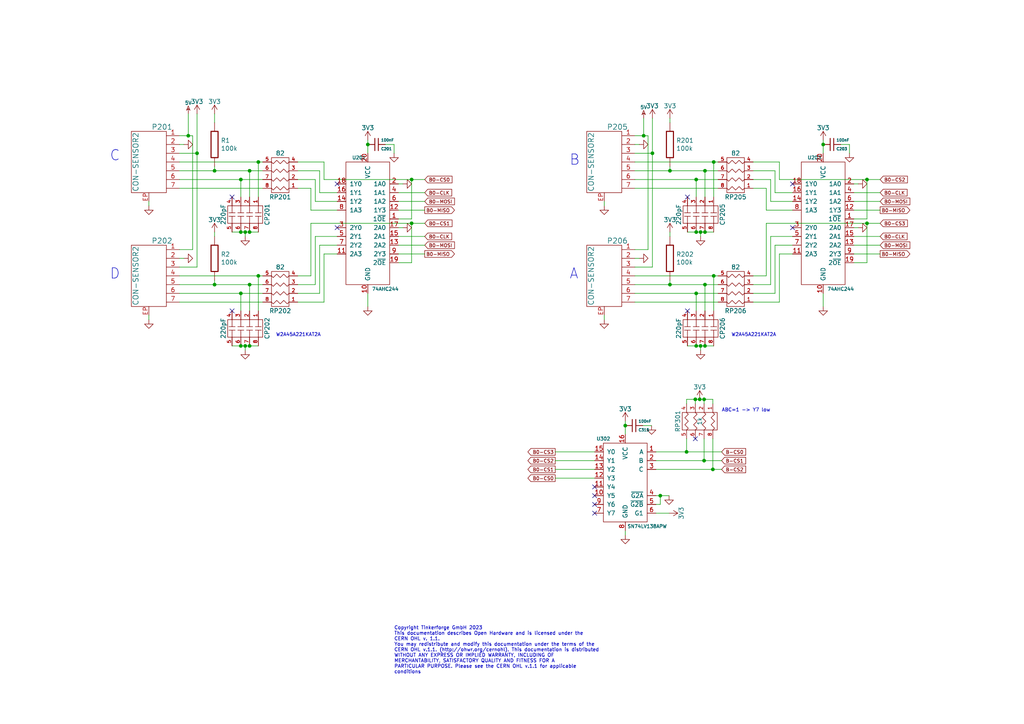
<source format=kicad_sch>
(kicad_sch (version 20230121) (generator eeschema)
  (paper "A4")
  (title_block (title "WARP ESP32 Ethernet Brick") (date "2024-02-01") (rev "1.3") (company "Tinkerforge GmbH") (comment 1 "Licensed under CERN OHL v.1.1") (comment 2 "Copyright (©) 2023, B.Nordmeyer <bastian@tinkerforge.com>"))
  (lib_symbols
    (symbol "74AHC244_SPEC_1" (pin_names (offset 1.016))
      (property "Reference" "U" (at 2.54 19.05 0))
      (property "Value" "74AHC244_SPEC_1" (at 6.35 -19.05 0))
      (symbol "74AHC244_SPEC_1_1_1"
        (pin passive line (at -8.89 1.27 0) (length 2.54) (name "1~{OE}") (number "1"))
        (pin passive line (at 0 -20.32 90) (length 2.54) (name "GND") (number "10"))
        (pin passive line (at 8.89 -8.89 180) (length 2.54) (name "2A3") (number "11"))
        (pin passive line (at -8.89 3.81 0) (length 2.54) (name "1Y3") (number "12"))
        (pin passive line (at -8.89 -6.35 0) (length 2.54) (name "2A2") (number "13"))
        (pin passive line (at 8.89 6.35 180) (length 2.54) (name "1Y2") (number "14"))
        (pin passive line (at -8.89 -3.81 0) (length 2.54) (name "2A1") (number "15"))
        (pin passive line (at 8.89 8.89 180) (length 2.54) (name "1Y1") (number "16"))
        (pin passive line (at -8.89 -1.27 0) (length 2.54) (name "2A0") (number "17"))
        (pin passive line (at 8.89 11.43 180) (length 2.54) (name "1Y0") (number "18"))
        (pin passive line (at -8.89 -11.43 0) (length 2.54) (name "2~{OE}") (number "19"))
        (pin passive line (at -8.89 11.43 0) (length 2.54) (name "1A0") (number "2"))
        (pin passive line (at 0 20.32 270) (length 2.54) (name "VCC") (number "20"))
        (pin passive line (at 8.89 -1.27 180) (length 2.54) (name "2Y0") (number "3"))
        (pin passive line (at -8.89 8.89 0) (length 2.54) (name "1A1") (number "4"))
        (pin passive line (at 8.89 -3.81 180) (length 2.54) (name "2Y1") (number "5"))
        (pin passive line (at -8.89 6.35 0) (length 2.54) (name "1A2") (number "6"))
        (pin passive line (at 8.89 -6.35 180) (length 2.54) (name "2Y2") (number "7"))
        (pin passive line (at 8.89 3.81 180) (length 2.54) (name "1A3") (number "8"))
        (pin passive line (at -8.89 -8.89 0) (length 2.54) (name "2Y3") (number "9"))
      )
    )
    (symbol "CON-SENSOR2_1" (pin_names (offset 1.016))
      (property "Reference" "P" (at -3.81 10.16 0))
      (property "Value" "CON-SENSOR2_1" (at 3.81 0 90))
      (symbol "CON-SENSOR2_1_1_1"
        (pin passive line (at -8.89 7.62 0) (length 3.81) (name "~") (number "1"))
        (pin passive line (at -8.89 5.08 0) (length 3.81) (name "~") (number "2"))
        (pin passive line (at -8.89 2.54 0) (length 3.81) (name "~") (number "3"))
        (pin passive line (at -8.89 0 0) (length 3.81) (name "~") (number "4"))
        (pin passive line (at -8.89 -2.54 0) (length 3.81) (name "~") (number "5"))
        (pin passive line (at -8.89 -5.08 0) (length 3.81) (name "~") (number "6"))
        (pin passive line (at -8.89 -7.62 0) (length 3.81) (name "~") (number "7"))
        (pin passive line (at 0 -11.43 90) (length 2.54) (name "~") (number "EP"))
      )
    )
    (symbol "CON-SENSOR2_2" (pin_names (offset 1.016))
      (property "Reference" "P" (at -3.81 10.16 0))
      (property "Value" "CON-SENSOR2_2" (at 3.81 0 90))
      (symbol "CON-SENSOR2_2_1_1"
        (pin passive line (at -8.89 7.62 0) (length 3.81) (name "~") (number "1"))
        (pin passive line (at -8.89 5.08 0) (length 3.81) (name "~") (number "2"))
        (pin passive line (at -8.89 2.54 0) (length 3.81) (name "~") (number "3"))
        (pin passive line (at -8.89 0 0) (length 3.81) (name "~") (number "4"))
        (pin passive line (at -8.89 -2.54 0) (length 3.81) (name "~") (number "5"))
        (pin passive line (at -8.89 -5.08 0) (length 3.81) (name "~") (number "6"))
        (pin passive line (at -8.89 -7.62 0) (length 3.81) (name "~") (number "7"))
        (pin passive line (at 0 -11.43 90) (length 2.54) (name "~") (number "EP"))
      )
    )
    (symbol "CON-SENSOR2_3" (pin_names (offset 1.016))
      (property "Reference" "P" (at -3.81 10.16 0))
      (property "Value" "CON-SENSOR2_3" (at 3.81 0 90))
      (symbol "CON-SENSOR2_3_1_1"
        (pin passive line (at -8.89 7.62 0) (length 3.81) (name "~") (number "1"))
        (pin passive line (at -8.89 5.08 0) (length 3.81) (name "~") (number "2"))
        (pin passive line (at -8.89 2.54 0) (length 3.81) (name "~") (number "3"))
        (pin passive line (at -8.89 0 0) (length 3.81) (name "~") (number "4"))
        (pin passive line (at -8.89 -2.54 0) (length 3.81) (name "~") (number "5"))
        (pin passive line (at -8.89 -5.08 0) (length 3.81) (name "~") (number "6"))
        (pin passive line (at -8.89 -7.62 0) (length 3.81) (name "~") (number "7"))
        (pin passive line (at 0 -11.43 90) (length 2.54) (name "~") (number "EP"))
      )
    )
    (symbol "C_PACK4_1" (pin_names hide)
      (property "Reference" "CP" (at 0 11.43 0))
      (property "Value" "C_PACK4_1" (at 0 -1.27 0))
      (symbol "C_PACK4_1_1_1"
        (pin passive line (at -5.08 8.89 0) (length 2.54) (name "P1") (number "1"))
        (pin passive line (at -5.08 6.35 0) (length 2.54) (name "P2") (number "2"))
        (pin passive line (at -5.08 3.81 0) (length 2.54) (name "P3") (number "3"))
        (pin passive line (at -5.08 1.27 0) (length 2.54) (name "P4") (number "4"))
        (pin passive line (at 5.08 1.27 180) (length 2.54) (name "R4") (number "5"))
        (pin passive line (at 5.08 3.81 180) (length 2.54) (name "R3") (number "6"))
        (pin passive line (at 5.08 6.35 180) (length 2.54) (name "R2") (number "7"))
        (pin passive line (at 5.08 8.89 180) (length 2.54) (name "R1") (number "8"))
      )
    )
    (symbol "C_PACK4_2" (pin_names hide)
      (property "Reference" "CP" (at 0 11.43 0))
      (property "Value" "C_PACK4_2" (at 0 -1.27 0))
      (symbol "C_PACK4_2_1_1"
        (pin passive line (at -5.08 8.89 0) (length 2.54) (name "P1") (number "1"))
        (pin passive line (at -5.08 6.35 0) (length 2.54) (name "P2") (number "2"))
        (pin passive line (at -5.08 3.81 0) (length 2.54) (name "P3") (number "3"))
        (pin passive line (at -5.08 1.27 0) (length 2.54) (name "P4") (number "4"))
        (pin passive line (at 5.08 1.27 180) (length 2.54) (name "R4") (number "5"))
        (pin passive line (at 5.08 3.81 180) (length 2.54) (name "R3") (number "6"))
        (pin passive line (at 5.08 6.35 180) (length 2.54) (name "R2") (number "7"))
        (pin passive line (at 5.08 8.89 180) (length 2.54) (name "R1") (number "8"))
      )
    )
    (symbol "C_PACK4_3" (pin_names hide)
      (property "Reference" "CP" (at 0 11.43 0))
      (property "Value" "C_PACK4_3" (at 0 -1.27 0))
      (symbol "C_PACK4_3_1_1"
        (pin passive line (at -5.08 8.89 0) (length 2.54) (name "P1") (number "1"))
        (pin passive line (at -5.08 6.35 0) (length 2.54) (name "P2") (number "2"))
        (pin passive line (at -5.08 3.81 0) (length 2.54) (name "P3") (number "3"))
        (pin passive line (at -5.08 1.27 0) (length 2.54) (name "P4") (number "4"))
        (pin passive line (at 5.08 1.27 180) (length 2.54) (name "R4") (number "5"))
        (pin passive line (at 5.08 3.81 180) (length 2.54) (name "R3") (number "6"))
        (pin passive line (at 5.08 6.35 180) (length 2.54) (name "R2") (number "7"))
        (pin passive line (at 5.08 8.89 180) (length 2.54) (name "R1") (number "8"))
      )
    )
    (symbol "Cs_1" (pin_numbers hide) (pin_names (offset 0.254))
      (property "Reference" "C" (at 0.635 1.905 0))
      (property "Value" "Cs_1" (at 0.635 -1.905 0))
      (symbol "Cs_1_1_1"
        (pin passive line (at 0 2.54 270) (length 2.0066) (name "~") (number "1"))
        (pin passive line (at 0 -2.54 90) (length 2.0066) (name "~") (number "2"))
      )
    )
    (symbol "Cs_2" (pin_numbers hide) (pin_names (offset 0.254))
      (property "Reference" "C" (at 0.635 1.905 0))
      (property "Value" "Cs_2" (at 0.635 -1.905 0))
      (symbol "Cs_2_1_1"
        (pin passive line (at 0 2.54 270) (length 2.0066) (name "~") (number "1"))
        (pin passive line (at 0 -2.54 90) (length 2.0066) (name "~") (number "2"))
      )
    )
    (symbol "R_1" (pin_numbers hide) (pin_names (offset 0))
      (property "Reference" "R" (at 2.032 0 90))
      (property "Value" "R_1" (at 0 0 90))
      (symbol "R_1_1_1"
        (pin passive line (at 0 6.35 270) (length 2.54) (name "~") (number "1"))
        (pin passive line (at 0 -6.35 90) (length 2.54) (name "~") (number "2"))
      )
    )
    (symbol "R_2" (pin_numbers hide) (pin_names (offset 0))
      (property "Reference" "R" (at 2.032 0 90))
      (property "Value" "R_2" (at 0 0 90))
      (symbol "R_2_1_1"
        (pin passive line (at 0 6.35 270) (length 2.54) (name "~") (number "1"))
        (pin passive line (at 0 -6.35 90) (length 2.54) (name "~") (number "2"))
      )
    )
    (symbol "R_3" (pin_numbers hide) (pin_names (offset 0))
      (property "Reference" "R" (at 2.032 0 90))
      (property "Value" "R_3" (at 0 0 90))
      (symbol "R_3_1_1"
        (pin passive line (at 0 6.35 270) (length 2.54) (name "~") (number "1"))
        (pin passive line (at 0 -6.35 90) (length 2.54) (name "~") (number "2"))
      )
    )
    (symbol "R_PACK4_1" (pin_names hide)
      (property "Reference" "RP" (at 0 11.43 0))
      (property "Value" "R_PACK4_1" (at 0 -1.27 0))
      (symbol "R_PACK4_1_1_1"
        (pin passive line (at -5.08 8.89 0) (length 2.54) (name "P1") (number "1"))
        (pin passive line (at -5.08 6.35 0) (length 2.54) (name "P2") (number "2"))
        (pin passive line (at -5.08 3.81 0) (length 2.54) (name "P3") (number "3"))
        (pin passive line (at -5.08 1.27 0) (length 2.54) (name "P4") (number "4"))
        (pin passive line (at 5.08 1.27 180) (length 2.54) (name "R4") (number "5"))
        (pin passive line (at 5.08 3.81 180) (length 2.54) (name "R3") (number "6"))
        (pin passive line (at 5.08 6.35 180) (length 2.54) (name "R2") (number "7"))
        (pin passive line (at 5.08 8.89 180) (length 2.54) (name "R1") (number "8"))
      )
    )
    (symbol "R_PACK4_2" (pin_names hide)
      (property "Reference" "RP" (at 0 11.43 0))
      (property "Value" "R_PACK4_2" (at 0 -1.27 0))
      (symbol "R_PACK4_2_1_1"
        (pin passive line (at -5.08 8.89 0) (length 2.54) (name "P1") (number "1"))
        (pin passive line (at -5.08 6.35 0) (length 2.54) (name "P2") (number "2"))
        (pin passive line (at -5.08 3.81 0) (length 2.54) (name "P3") (number "3"))
        (pin passive line (at -5.08 1.27 0) (length 2.54) (name "P4") (number "4"))
        (pin passive line (at 5.08 1.27 180) (length 2.54) (name "R4") (number "5"))
        (pin passive line (at 5.08 3.81 180) (length 2.54) (name "R3") (number "6"))
        (pin passive line (at 5.08 6.35 180) (length 2.54) (name "R2") (number "7"))
        (pin passive line (at 5.08 8.89 180) (length 2.54) (name "R1") (number "8"))
      )
    )
    (symbol "R_PACK4_3" (pin_names hide)
      (property "Reference" "RP" (at 0 11.43 0))
      (property "Value" "R_PACK4_3" (at 0 -1.27 0))
      (symbol "R_PACK4_3_1_1"
        (pin passive line (at -5.08 8.89 0) (length 2.54) (name "P1") (number "1"))
        (pin passive line (at -5.08 6.35 0) (length 2.54) (name "P2") (number "2"))
        (pin passive line (at -5.08 3.81 0) (length 2.54) (name "P3") (number "3"))
        (pin passive line (at -5.08 1.27 0) (length 2.54) (name "P4") (number "4"))
        (pin passive line (at 5.08 1.27 180) (length 2.54) (name "R4") (number "5"))
        (pin passive line (at 5.08 3.81 180) (length 2.54) (name "R3") (number "6"))
        (pin passive line (at 5.08 6.35 180) (length 2.54) (name "R2") (number "7"))
        (pin passive line (at 5.08 8.89 180) (length 2.54) (name "R1") (number "8"))
      )
    )
    (symbol "R_PACK4_4" (pin_names hide)
      (property "Reference" "RP" (at 0 11.43 0))
      (property "Value" "R_PACK4_4" (at 0 -1.27 0))
      (symbol "R_PACK4_4_1_1"
        (pin passive line (at -5.08 8.89 0) (length 2.54) (name "P1") (number "1"))
        (pin passive line (at -5.08 6.35 0) (length 2.54) (name "P2") (number "2"))
        (pin passive line (at -5.08 3.81 0) (length 2.54) (name "P3") (number "3"))
        (pin passive line (at -5.08 1.27 0) (length 2.54) (name "P4") (number "4"))
        (pin passive line (at 5.08 1.27 180) (length 2.54) (name "R4") (number "5"))
        (pin passive line (at 5.08 3.81 180) (length 2.54) (name "R3") (number "6"))
        (pin passive line (at 5.08 6.35 180) (length 2.54) (name "R2") (number "7"))
        (pin passive line (at 5.08 8.89 180) (length 2.54) (name "R1") (number "8"))
      )
    )
    (symbol "tinkerforge:3V3" (power) (pin_names (offset 0))
      (property "Value" "3V3" (at 0 3.556 0))
      (symbol "3V3_1_1"
        (pin power_in line (at 0 0 90) (length 0) hide (name "3V3") (number "1"))
      )
    )
    (symbol "tinkerforge:5V" (power) (pin_names (offset 0))
      (property "Value" "5V" (at 0 3.175 0))
      (symbol "5V_0_0"
        (pin power_in line (at 0 0 90) (length 0) hide (name "5V") (number "1"))
      )
    )
    (symbol "tinkerforge:74AHC244_SPEC" (pin_names (offset 1.016))
      (property "Reference" "U" (at 2.54 19.05 0))
      (property "Value" "74AHC244_SPEC" (at 6.35 -19.05 0))
      (symbol "74AHC244_SPEC_1_1"
        (pin passive line (at -8.89 1.27 0) (length 2.54) (name "1~{OE}") (number "1"))
        (pin passive line (at 0 -20.32 90) (length 2.54) (name "GND") (number "10"))
        (pin passive line (at 8.89 -8.89 180) (length 2.54) (name "2A3") (number "11"))
        (pin passive line (at -8.89 3.81 0) (length 2.54) (name "1Y3") (number "12"))
        (pin passive line (at -8.89 -6.35 0) (length 2.54) (name "2A2") (number "13"))
        (pin passive line (at 8.89 6.35 180) (length 2.54) (name "1Y2") (number "14"))
        (pin passive line (at -8.89 -3.81 0) (length 2.54) (name "2A1") (number "15"))
        (pin passive line (at 8.89 8.89 180) (length 2.54) (name "1Y1") (number "16"))
        (pin passive line (at -8.89 -1.27 0) (length 2.54) (name "2A0") (number "17"))
        (pin passive line (at 8.89 11.43 180) (length 2.54) (name "1Y0") (number "18"))
        (pin passive line (at -8.89 -11.43 0) (length 2.54) (name "2~{OE}") (number "19"))
        (pin passive line (at -8.89 11.43 0) (length 2.54) (name "1A0") (number "2"))
        (pin passive line (at 0 20.32 270) (length 2.54) (name "VCC") (number "20"))
        (pin passive line (at 8.89 -1.27 180) (length 2.54) (name "2Y0") (number "3"))
        (pin passive line (at -8.89 8.89 0) (length 2.54) (name "1A1") (number "4"))
        (pin passive line (at 8.89 -3.81 180) (length 2.54) (name "2Y1") (number "5"))
        (pin passive line (at -8.89 6.35 0) (length 2.54) (name "1A2") (number "6"))
        (pin passive line (at 8.89 -6.35 180) (length 2.54) (name "2Y2") (number "7"))
        (pin passive line (at 8.89 3.81 180) (length 2.54) (name "1A3") (number "8"))
        (pin passive line (at -8.89 -8.89 0) (length 2.54) (name "2Y3") (number "9"))
      )
    )
    (symbol "tinkerforge:CON-SENSOR2" (pin_names (offset 1.016))
      (property "Reference" "P" (at -3.81 10.16 0))
      (property "Value" "CON-SENSOR2" (at 3.81 0 90))
      (symbol "CON-SENSOR2_1_1"
        (pin passive line (at -8.89 7.62 0) (length 3.81) (name "~") (number "1"))
        (pin passive line (at -8.89 5.08 0) (length 3.81) (name "~") (number "2"))
        (pin passive line (at -8.89 2.54 0) (length 3.81) (name "~") (number "3"))
        (pin passive line (at -8.89 0 0) (length 3.81) (name "~") (number "4"))
        (pin passive line (at -8.89 -2.54 0) (length 3.81) (name "~") (number "5"))
        (pin passive line (at -8.89 -5.08 0) (length 3.81) (name "~") (number "6"))
        (pin passive line (at -8.89 -7.62 0) (length 3.81) (name "~") (number "7"))
        (pin passive line (at 0 -11.43 90) (length 2.54) (name "~") (number "EP"))
      )
    )
    (symbol "tinkerforge:C_PACK4" (pin_names hide)
      (property "Reference" "CP" (at 0 11.43 0))
      (property "Value" "C_PACK4" (at 0 -1.27 0))
      (symbol "C_PACK4_1_1"
        (pin passive line (at -5.08 8.89 0) (length 2.54) (name "P1") (number "1"))
        (pin passive line (at -5.08 6.35 0) (length 2.54) (name "P2") (number "2"))
        (pin passive line (at -5.08 3.81 0) (length 2.54) (name "P3") (number "3"))
        (pin passive line (at -5.08 1.27 0) (length 2.54) (name "P4") (number "4"))
        (pin passive line (at 5.08 1.27 180) (length 2.54) (name "R4") (number "5"))
        (pin passive line (at 5.08 3.81 180) (length 2.54) (name "R3") (number "6"))
        (pin passive line (at 5.08 6.35 180) (length 2.54) (name "R2") (number "7"))
        (pin passive line (at 5.08 8.89 180) (length 2.54) (name "R1") (number "8"))
      )
    )
    (symbol "tinkerforge:Cs" (pin_numbers hide) (pin_names (offset 0.254))
      (property "Reference" "C" (at 0.635 1.905 0))
      (property "Value" "Cs" (at 0.635 -1.905 0))
      (symbol "Cs_1_1"
        (pin passive line (at 0 2.54 270) (length 2.0066) (name "~") (number "1"))
        (pin passive line (at 0 -2.54 90) (length 2.0066) (name "~") (number "2"))
      )
    )
    (symbol "tinkerforge:GND" (power) (pin_names (offset 0))
      (property "Value" "GND" (at 0 -5.08 0))
      (symbol "GND_1_1"
        (pin power_in line (at 0 0 270) (length 0) hide (name "GND") (number "1"))
      )
    )
    (symbol "tinkerforge:R" (pin_numbers hide) (pin_names (offset 0))
      (property "Reference" "R" (at 2.032 0 90))
      (property "Value" "R" (at 0 0 90))
      (symbol "R_1_1"
        (pin passive line (at 0 6.35 270) (length 2.54) (name "~") (number "1"))
        (pin passive line (at 0 -6.35 90) (length 2.54) (name "~") (number "2"))
      )
    )
    (symbol "tinkerforge:R_PACK4" (pin_names hide)
      (property "Reference" "RP" (at 0 11.43 0))
      (property "Value" "R_PACK4" (at 0 -1.27 0))
      (symbol "R_PACK4_1_1"
        (pin passive line (at -5.08 8.89 0) (length 2.54) (name "P1") (number "1"))
        (pin passive line (at -5.08 6.35 0) (length 2.54) (name "P2") (number "2"))
        (pin passive line (at -5.08 3.81 0) (length 2.54) (name "P3") (number "3"))
        (pin passive line (at -5.08 1.27 0) (length 2.54) (name "P4") (number "4"))
        (pin passive line (at 5.08 1.27 180) (length 2.54) (name "R4") (number "5"))
        (pin passive line (at 5.08 3.81 180) (length 2.54) (name "R3") (number "6"))
        (pin passive line (at 5.08 6.35 180) (length 2.54) (name "R2") (number "7"))
        (pin passive line (at 5.08 8.89 180) (length 2.54) (name "R1") (number "8"))
      )
    )
    (symbol "tinkerforge:SN74LV138AD" (pin_names (offset 1.016))
      (property "Reference" "U" (at -6.35 12.7 0))
      (property "Value" "SN74LV138AD" (at 7.62 -12.7 0))
      (symbol "SN74LV138AD_1_1"
        (pin input line (at -8.89 8.89 0) (length 2.54) (name "A") (number "1"))
        (pin input line (at 8.89 -3.81 180) (length 2.54) (name "Y5") (number "10"))
        (pin input line (at 8.89 -1.27 180) (length 2.54) (name "Y4") (number "11"))
        (pin input line (at 8.89 1.27 180) (length 2.54) (name "Y3") (number "12"))
        (pin input line (at 8.89 3.81 180) (length 2.54) (name "Y2") (number "13"))
        (pin input line (at 8.89 6.35 180) (length 2.54) (name "Y1") (number "14"))
        (pin input line (at 8.89 8.89 180) (length 2.54) (name "Y0") (number "15"))
        (pin input line (at 0 13.97 270) (length 2.54) (name "VCC") (number "16"))
        (pin input line (at -8.89 6.35 0) (length 2.54) (name "B") (number "2"))
        (pin input line (at -8.89 3.81 0) (length 2.54) (name "C") (number "3"))
        (pin input line (at -8.89 -3.81 0) (length 2.54) (name "~{G2A}") (number "4"))
        (pin input line (at -8.89 -6.35 0) (length 2.54) (name "~{G2B}") (number "5"))
        (pin input line (at -8.89 -8.89 0) (length 2.54) (name "G1") (number "6"))
        (pin input line (at 8.89 -8.89 180) (length 2.54) (name "Y7") (number "7"))
        (pin input line (at 0 -13.97 90) (length 2.54) (name "GND") (number "8"))
        (pin input line (at 8.89 -6.35 180) (length 2.54) (name "Y6") (number "9"))
      )
    )
  )
  (junction (at 207.01 46.99))
  (junction (at 251.46 52.07))
  (junction (at 71.12 67.31))
  (junction (at 74.93 80.01))
  (junction (at 199.136 131.064))
  (junction (at 69.85 67.31))
  (junction (at 201.93 52.07))
  (junction (at 201.93 85.09))
  (junction (at 186.69 39.37))
  (junction (at 69.85 100.33))
  (junction (at 204.216 133.604))
  (junction (at 207.01 80.01))
  (junction (at 204.47 49.53))
  (junction (at 62.23 82.55))
  (junction (at 204.47 100.33))
  (junction (at 203.2 100.33))
  (junction (at 71.12 100.33))
  (junction (at 238.76 41.91))
  (junction (at 201.93 67.31))
  (junction (at 62.23 49.53))
  (junction (at 119.38 64.77))
  (junction (at 194.31 82.55))
  (junction (at 69.85 85.09))
  (junction (at 204.216 115.824))
  (junction (at 189.23 44.45))
  (junction (at 72.39 82.55))
  (junction (at 72.39 49.53))
  (junction (at 106.68 41.91))
  (junction (at 204.47 67.31))
  (junction (at 72.39 67.31))
  (junction (at 54.61 39.37))
  (junction (at 57.15 44.45))
  (junction (at 251.46 64.77))
  (junction (at 181.356 123.444))
  (junction (at 204.47 82.55))
  (junction (at 202.946 115.824))
  (junction (at 69.85 52.07))
  (junction (at 74.93 46.99))
  (junction (at 194.31 49.53))
  (junction (at 191.516 143.764))
  (junction (at 201.676 115.824))
  (junction (at 201.93 100.33))
  (junction (at 203.2 67.31))
  (junction (at 72.39 100.33))
  (junction (at 119.38 52.07))
  (junction (at 206.756 136.144))
  (no_connect (at 67.31 57.15))
  (no_connect (at 172.466 148.844))
  (no_connect (at 172.466 146.304))
  (no_connect (at 97.79 53.34))
  (no_connect (at 67.31 90.17))
  (no_connect (at 172.466 141.224))
  (no_connect (at 229.87 53.34))
  (no_connect (at 229.87 66.04))
  (no_connect (at 97.79 66.04))
  (no_connect (at 199.39 57.15))
  (no_connect (at 172.466 143.764))
  (no_connect (at 199.39 90.17))
  (no_connect (at 201.676 127.254))
  (wire (pts (xy 189.23 44.45) (xy 189.23 77.47)))
  (wire (pts (xy 52.07 44.45) (xy 57.15 44.45)))
  (wire (pts (xy 119.38 52.07) (xy 119.38 63.5)))
  (wire (pts (xy 97.79 68.58) (xy 91.44 68.58)))
  (wire (pts (xy 187.96 39.37) (xy 186.69 39.37)))
  (wire (pts (xy 114.3 41.91) (xy 114.3 44.45)))
  (wire (pts (xy 93.98 87.63) (xy 86.36 87.63)))
  (wire (pts (xy 186.69 39.37) (xy 184.15 39.37)))
  (wire (pts (xy 55.88 39.37) (xy 54.61 39.37)))
  (wire (pts (xy 191.516 143.764) (xy 190.246 143.764)))
  (wire (pts (xy 246.38 41.91) (xy 246.38 44.45)))
  (wire (pts (xy 72.39 100.33) (xy 74.93 100.33)))
  (wire (pts (xy 190.246 148.844) (xy 194.056 148.844)))
  (wire (pts (xy 189.23 34.29) (xy 189.23 44.45)))
  (wire (pts (xy 251.46 64.77) (xy 222.25 64.77)))
  (wire (pts (xy 181.356 123.444) (xy 181.356 122.174)))
  (wire (pts (xy 224.79 85.09) (xy 218.44 85.09)))
  (wire (pts (xy 119.38 52.07) (xy 123.19 52.07)))
  (wire (pts (xy 201.93 100.33) (xy 203.2 100.33)))
  (wire (pts (xy 218.44 49.53) (xy 224.79 49.53)))
  (wire (pts (xy 218.44 46.99) (xy 226.06 46.99)))
  (wire (pts (xy 204.216 127.254) (xy 204.216 133.604)))
  (wire (pts (xy 247.65 55.88) (xy 255.27 55.88)))
  (wire (pts (xy 52.07 74.93) (xy 53.34 74.93)))
  (wire (pts (xy 203.2 100.33) (xy 204.47 100.33)))
  (wire (pts (xy 204.216 117.094) (xy 204.216 115.824)))
  (wire (pts (xy 72.39 57.15) (xy 72.39 49.53)))
  (wire (pts (xy 119.38 63.5) (xy 115.57 63.5)))
  (wire (pts (xy 54.61 33.02) (xy 54.61 39.37)))
  (wire (pts (xy 57.15 44.45) (xy 57.15 77.47)))
  (wire (pts (xy 247.65 66.04) (xy 248.92 66.04)))
  (wire (pts (xy 187.96 72.39) (xy 184.15 72.39)))
  (wire (pts (xy 184.15 82.55) (xy 194.31 82.55)))
  (wire (pts (xy 119.38 76.2) (xy 119.38 64.77)))
  (wire (pts (xy 91.44 58.42) (xy 91.44 52.07)))
  (wire (pts (xy 86.36 54.61) (xy 90.17 54.61)))
  (wire (pts (xy 229.87 58.42) (xy 223.52 58.42)))
  (wire (pts (xy 54.61 39.37) (xy 52.07 39.37)))
  (wire (pts (xy 175.26 59.69) (xy 175.26 58.42)))
  (wire (pts (xy 72.39 82.55) (xy 76.2 82.55)))
  (wire (pts (xy 194.31 82.55) (xy 204.47 82.55)))
  (wire (pts (xy 201.93 57.15) (xy 201.93 52.07)))
  (wire (pts (xy 222.25 64.77) (xy 222.25 80.01)))
  (wire (pts (xy 106.68 41.91) (xy 106.68 44.45)))
  (wire (pts (xy 172.466 136.144) (xy 161.036 136.144)))
  (wire (pts (xy 194.31 48.26) (xy 194.31 49.53)))
  (wire (pts (xy 199.136 117.094) (xy 199.136 115.824)))
  (wire (pts (xy 223.52 82.55) (xy 218.44 82.55)))
  (wire (pts (xy 238.76 41.91) (xy 238.76 44.45)))
  (wire (pts (xy 184.15 80.01) (xy 207.01 80.01)))
  (wire (pts (xy 90.17 54.61) (xy 90.17 60.96)))
  (wire (pts (xy 123.19 64.77) (xy 119.38 64.77)))
  (wire (pts (xy 62.23 81.28) (xy 62.23 82.55)))
  (wire (pts (xy 189.23 77.47) (xy 184.15 77.47)))
  (wire (pts (xy 207.01 46.99) (xy 208.28 46.99)))
  (wire (pts (xy 115.57 53.34) (xy 116.84 53.34)))
  (wire (pts (xy 90.17 64.77) (xy 90.17 80.01)))
  (wire (pts (xy 201.93 52.07) (xy 208.28 52.07)))
  (wire (pts (xy 175.26 92.71) (xy 175.26 91.44)))
  (wire (pts (xy 52.07 80.01) (xy 74.93 80.01)))
  (wire (pts (xy 203.2 67.31) (xy 204.47 67.31)))
  (wire (pts (xy 115.57 73.66) (xy 123.19 73.66)))
  (wire (pts (xy 69.85 85.09) (xy 76.2 85.09)))
  (wire (pts (xy 226.06 73.66) (xy 226.06 87.63)))
  (wire (pts (xy 97.79 55.88) (xy 92.71 55.88)))
  (wire (pts (xy 93.98 46.99) (xy 93.98 52.07)))
  (wire (pts (xy 238.76 40.64) (xy 238.76 41.91)))
  (wire (pts (xy 69.85 90.17) (xy 69.85 85.09)))
  (wire (pts (xy 115.57 58.42) (xy 123.19 58.42)))
  (wire (pts (xy 247.65 73.66) (xy 255.27 73.66)))
  (wire (pts (xy 194.31 81.28) (xy 194.31 82.55)))
  (wire (pts (xy 251.46 76.2) (xy 251.46 64.77)))
  (wire (pts (xy 55.88 39.37) (xy 55.88 72.39)))
  (wire (pts (xy 255.27 71.12) (xy 247.65 71.12)))
  (wire (pts (xy 90.17 60.96) (xy 97.79 60.96)))
  (wire (pts (xy 184.15 87.63) (xy 208.28 87.63)))
  (wire (pts (xy 199.136 115.824) (xy 201.676 115.824)))
  (wire (pts (xy 229.87 71.12) (xy 224.79 71.12)))
  (wire (pts (xy 190.246 131.064) (xy 199.136 131.064)))
  (wire (pts (xy 194.31 34.29) (xy 194.31 35.56)))
  (wire (pts (xy 184.15 74.93) (xy 185.42 74.93)))
  (wire (pts (xy 204.47 49.53) (xy 208.28 49.53)))
  (wire (pts (xy 203.2 101.6) (xy 203.2 100.33)))
  (wire (pts (xy 184.15 52.07) (xy 201.93 52.07)))
  (wire (pts (xy 106.68 40.64) (xy 106.68 41.91)))
  (wire (pts (xy 74.93 90.17) (xy 74.93 80.01)))
  (wire (pts (xy 90.17 80.01) (xy 86.36 80.01)))
  (wire (pts (xy 186.69 34.29) (xy 186.69 39.37)))
  (wire (pts (xy 181.356 125.984) (xy 181.356 123.444)))
  (wire (pts (xy 71.12 67.31) (xy 72.39 67.31)))
  (wire (pts (xy 206.756 127.254) (xy 206.756 136.144)))
  (wire (pts (xy 92.71 71.12) (xy 92.71 85.09)))
  (wire (pts (xy 226.06 46.99) (xy 226.06 52.07)))
  (wire (pts (xy 91.44 52.07) (xy 86.36 52.07)))
  (wire (pts (xy 247.65 76.2) (xy 251.46 76.2)))
  (wire (pts (xy 55.88 72.39) (xy 52.07 72.39)))
  (wire (pts (xy 115.57 66.04) (xy 116.84 66.04)))
  (wire (pts (xy 251.46 63.5) (xy 247.65 63.5)))
  (wire (pts (xy 243.84 41.91) (xy 246.38 41.91)))
  (wire (pts (xy 62.23 82.55) (xy 72.39 82.55)))
  (wire (pts (xy 43.18 59.69) (xy 43.18 58.42)))
  (wire (pts (xy 67.31 100.33) (xy 69.85 100.33)))
  (wire (pts (xy 201.93 85.09) (xy 208.28 85.09)))
  (wire (pts (xy 115.57 60.96) (xy 123.19 60.96)))
  (wire (pts (xy 119.38 64.77) (xy 90.17 64.77)))
  (wire (pts (xy 52.07 52.07) (xy 69.85 52.07)))
  (wire (pts (xy 194.31 49.53) (xy 204.47 49.53)))
  (wire (pts (xy 69.85 67.31) (xy 71.12 67.31)))
  (wire (pts (xy 97.79 58.42) (xy 91.44 58.42)))
  (wire (pts (xy 247.65 68.58) (xy 255.27 68.58)))
  (wire (pts (xy 199.136 131.064) (xy 209.296 131.064)))
  (wire (pts (xy 247.65 60.96) (xy 255.27 60.96)))
  (wire (pts (xy 43.18 92.71) (xy 43.18 91.44)))
  (wire (pts (xy 74.93 46.99) (xy 76.2 46.99)))
  (wire (pts (xy 222.25 80.01) (xy 218.44 80.01)))
  (wire (pts (xy 223.52 68.58) (xy 223.52 82.55)))
  (wire (pts (xy 106.68 88.9) (xy 106.68 85.09)))
  (wire (pts (xy 222.25 60.96) (xy 229.87 60.96)))
  (wire (pts (xy 190.246 146.304) (xy 191.516 146.304)))
  (wire (pts (xy 62.23 33.02) (xy 62.23 35.56)))
  (wire (pts (xy 207.01 57.15) (xy 207.01 46.99)))
  (wire (pts (xy 187.96 39.37) (xy 187.96 72.39)))
  (wire (pts (xy 204.216 115.824) (xy 206.756 115.824)))
  (wire (pts (xy 69.85 57.15) (xy 69.85 52.07)))
  (wire (pts (xy 72.39 67.31) (xy 74.93 67.31)))
  (wire (pts (xy 92.71 55.88) (xy 92.71 49.53)))
  (wire (pts (xy 204.47 82.55) (xy 208.28 82.55)))
  (wire (pts (xy 92.71 85.09) (xy 86.36 85.09)))
  (wire (pts (xy 52.07 41.91) (xy 53.34 41.91)))
  (wire (pts (xy 226.06 52.07) (xy 251.46 52.07)))
  (wire (pts (xy 93.98 46.99) (xy 86.36 46.99)))
  (wire (pts (xy 194.31 68.58) (xy 194.31 67.31)))
  (wire (pts (xy 190.246 133.604) (xy 204.216 133.604)))
  (wire (pts (xy 191.516 146.304) (xy 191.516 143.764)))
  (wire (pts (xy 71.12 67.31) (xy 71.12 68.58)))
  (wire (pts (xy 172.466 131.064) (xy 161.036 131.064)))
  (wire (pts (xy 123.19 71.12) (xy 115.57 71.12)))
  (wire (pts (xy 206.756 136.144) (xy 190.246 136.144)))
  (wire (pts (xy 255.27 64.77) (xy 251.46 64.77)))
  (wire (pts (xy 72.39 49.53) (xy 76.2 49.53)))
  (wire (pts (xy 204.216 133.604) (xy 209.296 133.604)))
  (wire (pts (xy 251.46 52.07) (xy 255.27 52.07)))
  (wire (pts (xy 184.15 85.09) (xy 201.93 85.09)))
  (wire (pts (xy 199.39 100.33) (xy 201.93 100.33)))
  (wire (pts (xy 91.44 68.58) (xy 91.44 82.55)))
  (wire (pts (xy 207.01 80.01) (xy 208.28 80.01)))
  (wire (pts (xy 218.44 52.07) (xy 223.52 52.07)))
  (wire (pts (xy 202.946 115.824) (xy 204.216 115.824)))
  (wire (pts (xy 69.85 52.07) (xy 76.2 52.07)))
  (wire (pts (xy 204.47 57.15) (xy 204.47 49.53)))
  (wire (pts (xy 93.98 52.07) (xy 119.38 52.07)))
  (wire (pts (xy 52.07 54.61) (xy 76.2 54.61)))
  (wire (pts (xy 199.39 67.31) (xy 201.93 67.31)))
  (wire (pts (xy 161.036 138.684) (xy 172.466 138.684)))
  (wire (pts (xy 71.12 101.6) (xy 71.12 100.33)))
  (wire (pts (xy 111.76 41.91) (xy 114.3 41.91)))
  (wire (pts (xy 91.44 82.55) (xy 86.36 82.55)))
  (wire (pts (xy 52.07 49.53) (xy 62.23 49.53)))
  (wire (pts (xy 115.57 76.2) (xy 119.38 76.2)))
  (wire (pts (xy 52.07 85.09) (xy 69.85 85.09)))
  (wire (pts (xy 52.07 46.99) (xy 74.93 46.99)))
  (wire (pts (xy 62.23 68.58) (xy 62.23 67.31)))
  (wire (pts (xy 115.57 68.58) (xy 123.19 68.58)))
  (wire (pts (xy 62.23 48.26) (xy 62.23 49.53)))
  (wire (pts (xy 184.15 54.61) (xy 208.28 54.61)))
  (wire (pts (xy 191.516 143.764) (xy 194.056 143.764)))
  (wire (pts (xy 161.036 133.604) (xy 172.466 133.604)))
  (wire (pts (xy 218.44 54.61) (xy 222.25 54.61)))
  (wire (pts (xy 206.756 115.824) (xy 206.756 117.094)))
  (wire (pts (xy 229.87 55.88) (xy 224.79 55.88)))
  (wire (pts (xy 201.93 90.17) (xy 201.93 85.09)))
  (wire (pts (xy 184.15 49.53) (xy 194.31 49.53)))
  (wire (pts (xy 74.93 57.15) (xy 74.93 46.99)))
  (wire (pts (xy 223.52 58.42) (xy 223.52 52.07)))
  (wire (pts (xy 229.87 73.66) (xy 226.06 73.66)))
  (wire (pts (xy 229.87 68.58) (xy 223.52 68.58)))
  (wire (pts (xy 115.57 55.88) (xy 123.19 55.88)))
  (wire (pts (xy 181.356 155.194) (xy 181.356 153.924)))
  (wire (pts (xy 74.93 80.01) (xy 76.2 80.01)))
  (wire (pts (xy 251.46 52.07) (xy 251.46 63.5)))
  (wire (pts (xy 57.15 77.47) (xy 52.07 77.47)))
  (wire (pts (xy 238.76 88.9) (xy 238.76 85.09)))
  (wire (pts (xy 92.71 49.53) (xy 86.36 49.53)))
  (wire (pts (xy 97.79 73.66) (xy 93.98 73.66)))
  (wire (pts (xy 186.436 123.444) (xy 188.976 123.444)))
  (wire (pts (xy 67.31 67.31) (xy 69.85 67.31)))
  (wire (pts (xy 204.47 67.31) (xy 207.01 67.31)))
  (wire (pts (xy 184.15 41.91) (xy 185.42 41.91)))
  (wire (pts (xy 226.06 87.63) (xy 218.44 87.63)))
  (wire (pts (xy 204.47 100.33) (xy 207.01 100.33)))
  (wire (pts (xy 52.07 82.55) (xy 62.23 82.55)))
  (wire (pts (xy 189.23 44.45) (xy 184.15 44.45)))
  (wire (pts (xy 184.15 46.99) (xy 207.01 46.99)))
  (wire (pts (xy 247.65 58.42) (xy 255.27 58.42)))
  (wire (pts (xy 222.25 54.61) (xy 222.25 60.96)))
  (wire (pts (xy 57.15 33.02) (xy 57.15 44.45)))
  (wire (pts (xy 52.07 87.63) (xy 76.2 87.63)))
  (wire (pts (xy 224.79 55.88) (xy 224.79 49.53)))
  (wire (pts (xy 72.39 90.17) (xy 72.39 82.55)))
  (wire (pts (xy 93.98 73.66) (xy 93.98 87.63)))
  (wire (pts (xy 207.01 90.17) (xy 207.01 80.01)))
  (wire (pts (xy 202.946 115.824) (xy 201.676 115.824)))
  (wire (pts (xy 62.23 49.53) (xy 72.39 49.53)))
  (wire (pts (xy 247.65 53.34) (xy 248.92 53.34)))
  (wire (pts (xy 203.2 67.31) (xy 203.2 68.58)))
  (wire (pts (xy 224.79 71.12) (xy 224.79 85.09)))
  (wire (pts (xy 206.756 136.144) (xy 209.296 136.144)))
  (wire (pts (xy 71.12 100.33) (xy 72.39 100.33)))
  (wire (pts (xy 201.676 115.824) (xy 201.676 117.094)))
  (wire (pts (xy 201.93 67.31) (xy 203.2 67.31)))
  (wire (pts (xy 97.79 71.12) (xy 92.71 71.12)))
  (wire (pts (xy 199.136 127.254) (xy 199.136 131.064)))
  (wire (pts (xy 204.47 82.55) (xy 204.47 90.17)))
  (wire (pts (xy 69.85 100.33) (xy 71.12 100.33)))
  (text "Copyright Tinkerforge GmbH 2023\nThis documentation describes Open Hardware and is licensed under the\nCERN OHL v. 1.1.\nYou may redistribute and modify this documentation under the terms of the\nCERN OHL v.1.1. (http://ohwr.org/cernohl). This documentation is distributed\nWITHOUT ANY EXPRESS OR IMPLIED WARRANTY, INCLUDING OF\nMERCHANTABILITY, SATISFACTORY QUALITY AND FITNESS FOR A\nPARTICULAR PURPOSE. Please see the CERN OHL v.1.1 for applicable\nconditions" (at 114.3 195.58 0) (effects (font (size 0.9906 0.9906)) (justify left bottom)))
  (text "B" (at 165.1 48.26 0) (effects (font (size 2.9972 2.9972)) (justify left bottom)))
  (text "W2A45A221KAT2A" (at 212.09 97.79 0) (effects (font (size 0.9906 0.9906)) (justify left bottom)))
  (text "A" (at 165.1 81.28 0) (effects (font (size 2.9972 2.9972)) (justify left bottom)))
  (text "W2A45A221KAT2A" (at 80.01 97.79 0) (effects (font (size 0.9906 0.9906)) (justify left bottom)))
  (text "ABC=1 -> Y7 low" (at 209.296 119.634 0) (effects (font (size 0.9906 0.9906)) (justify left bottom)))
  (text "D" (at 31.75 81.28 0) (effects (font (size 2.9972 2.9972)) (justify left bottom)))
  (text "C" (at 31.75 46.99 0) (effects (font (size 2.9972 2.9972)) (justify left bottom)))
  (global_label "B0-CLK" (shape input) (at 255.27 55.88 0) (effects (font (size 0.9906 0.9906))) (property "Intersheetrefs" "${INTERSHEET_REFS}" (effects hide)))
  (global_label "B0-CS2" (shape input) (at 255.27 52.07 0) (effects (font (size 0.9906 0.9906))) (property "Intersheetrefs" "${INTERSHEET_REFS}" (effects hide)))
  (global_label "B0-MISO" (shape output) (at 255.27 73.66 0) (effects (font (size 0.9906 0.9906))) (property "Intersheetrefs" "${INTERSHEET_REFS}" (effects hide)))
  (global_label "B0-MISO" (shape output) (at 123.19 73.66 0) (effects (font (size 0.9906 0.9906))) (property "Intersheetrefs" "${INTERSHEET_REFS}" (effects hide)))
  (global_label "B0-CS2" (shape output) (at 161.036 133.604 180) (effects (font (size 0.9906 0.9906))) (property "Intersheetrefs" "${INTERSHEET_REFS}" (effects hide)))
  (global_label "B0-CS3" (shape output) (at 161.036 131.064 180) (effects (font (size 0.9906 0.9906))) (property "Intersheetrefs" "${INTERSHEET_REFS}" (effects hide)))
  (global_label "B0-CLK" (shape input) (at 123.19 55.88 0) (effects (font (size 0.9906 0.9906))) (property "Intersheetrefs" "${INTERSHEET_REFS}" (effects hide)))
  (global_label "B0-MOSI" (shape input) (at 123.19 58.42 0) (effects (font (size 0.9906 0.9906))) (property "Intersheetrefs" "${INTERSHEET_REFS}" (effects hide)))
  (global_label "B-CS1" (shape input) (at 209.296 133.604 0) (effects (font (size 0.9906 0.9906))) (property "Intersheetrefs" "${INTERSHEET_REFS}" (effects hide)))
  (global_label "B0-CS3" (shape input) (at 255.27 64.77 0) (effects (font (size 0.9906 0.9906))) (property "Intersheetrefs" "${INTERSHEET_REFS}" (effects hide)))
  (global_label "B0-CLK" (shape input) (at 123.19 68.58 0) (effects (font (size 0.9906 0.9906))) (property "Intersheetrefs" "${INTERSHEET_REFS}" (effects hide)))
  (global_label "B0-CS1" (shape output) (at 161.036 136.144 180) (effects (font (size 0.9906 0.9906))) (property "Intersheetrefs" "${INTERSHEET_REFS}" (effects hide)))
  (global_label "B0-CS1" (shape input) (at 123.19 64.77 0) (effects (font (size 0.9906 0.9906))) (property "Intersheetrefs" "${INTERSHEET_REFS}" (effects hide)))
  (global_label "B0-CS0" (shape output) (at 161.036 138.684 180) (effects (font (size 0.9906 0.9906))) (property "Intersheetrefs" "${INTERSHEET_REFS}" (effects hide)))
  (global_label "B0-CLK" (shape input) (at 255.27 68.58 0) (effects (font (size 0.9906 0.9906))) (property "Intersheetrefs" "${INTERSHEET_REFS}" (effects hide)))
  (global_label "B-CS0" (shape input) (at 209.296 131.064 0) (effects (font (size 0.9906 0.9906))) (property "Intersheetrefs" "${INTERSHEET_REFS}" (effects hide)))
  (global_label "B0-MOSI" (shape input) (at 123.19 71.12 0) (effects (font (size 0.9906 0.9906))) (property "Intersheetrefs" "${INTERSHEET_REFS}" (effects hide)))
  (global_label "B0-MISO" (shape output) (at 255.27 60.96 0) (effects (font (size 0.9906 0.9906))) (property "Intersheetrefs" "${INTERSHEET_REFS}" (effects hide)))
  (global_label "B0-CS0" (shape input) (at 123.19 52.07 0) (effects (font (size 0.9906 0.9906))) (property "Intersheetrefs" "${INTERSHEET_REFS}" (effects hide)))
  (global_label "B0-MOSI" (shape input) (at 255.27 58.42 0) (effects (font (size 0.9906 0.9906))) (property "Intersheetrefs" "${INTERSHEET_REFS}" (effects hide)))
  (global_label "B0-MOSI" (shape input) (at 255.27 71.12 0) (effects (font (size 0.9906 0.9906))) (property "Intersheetrefs" "${INTERSHEET_REFS}" (effects hide)))
  (global_label "B-CS2" (shape input) (at 209.296 136.144 0) (effects (font (size 0.9906 0.9906))) (property "Intersheetrefs" "${INTERSHEET_REFS}" (effects hide)))
  (global_label "B0-MISO" (shape output) (at 123.19 60.96 0) (effects (font (size 0.9906 0.9906))) (property "Intersheetrefs" "${INTERSHEET_REFS}" (effects hide)))
  (symbol (lib_name "CON-SENSOR2_1") (lib_id "tinkerforge:CON-SENSOR2") (at 43.18 46.99 0) (mirror y) (unit 1)
    (property "Reference" "P201" (at 46.99 36.83 0) (effects (font (size 1.524 1.524))))
    (property "Value" "CON-SENSOR2" (at 39.37 46.99 90) (effects (font (size 1.524 1.524))))
    (property "Footprint" "kicad-libraries:CON-SENSOR2" (effects hide))
  )
  (symbol (lib_id "tinkerforge:GND") (at 43.18 59.69 0) (unit 1)
    (property "Reference" "#PWR0164" (effects hide))
    (property "Value" "GND" (effects hide))
  )
  (symbol (lib_name "74AHC244_SPEC_1") (lib_id "tinkerforge:74AHC244_SPEC") (at 106.68 64.77 0) (mirror y) (unit 1)
    (property "Reference" "U201" (at 104.14 45.72 0) (effects (font (size 0.9906 0.9906))))
    (property "Value" "74AHC244" (at 111.76 83.82 0) (effects (font (size 0.9906 0.9906))))
    (property "Footprint" "kicad-libraries:TSSOP20" (effects hide))
  )
  (symbol (lib_name "CON-SENSOR2_2") (lib_id "tinkerforge:CON-SENSOR2") (at 43.18 80.01 0) (mirror y) (unit 1)
    (property "Reference" "P202" (at 46.99 69.85 0) (effects (font (size 1.524 1.524))))
    (property "Value" "CON-SENSOR2" (at 39.37 80.01 90) (effects (font (size 1.524 1.524))))
    (property "Footprint" "kicad-libraries:CON-SENSOR2" (effects hide))
  )
  (symbol (lib_id "tinkerforge:GND") (at 43.18 92.71 0) (unit 1)
    (property "Reference" "#PWR0163" (effects hide))
    (property "Value" "GND" (effects hide))
  )
  (symbol (lib_id "tinkerforge:GND") (at 106.68 88.9 0) (unit 1)
    (property "Reference" "#PWR0161" (effects hide))
    (property "Value" "GND" (effects hide))
  )
  (symbol (lib_id "tinkerforge:GND") (at 114.3 44.45 0) (unit 1)
    (property "Reference" "#PWR0160" (effects hide))
    (property "Value" "GND" (effects hide))
  )
  (symbol (lib_name "Cs_1") (lib_id "tinkerforge:Cs") (at 109.22 41.91 270) (unit 1)
    (property "Reference" "C201" (at 110.49 43.18 90) (effects (font (size 0.7874 0.7874)) (justify left)))
    (property "Value" "100nF" (at 110.49 40.64 90) (effects (font (size 0.7874 0.7874)) (justify left)))
    (property "Footprint" "kicad-libraries:C0402F" (effects hide))
  )
  (symbol (lib_name "R_PACK4_2") (lib_id "tinkerforge:R_PACK4") (at 81.28 45.72 180) (unit 1)
    (property "Reference" "RP201" (at 81.28 57.15 0))
    (property "Value" "82" (at 81.28 44.45 0))
    (property "Footprint" "kicad-libraries:4X0402" (effects hide))
  )
  (symbol (lib_name "R_PACK4_1") (lib_id "tinkerforge:R_PACK4") (at 81.28 78.74 180) (unit 1)
    (property "Reference" "RP202" (at 81.28 90.17 0))
    (property "Value" "82" (at 81.28 77.47 0))
    (property "Footprint" "kicad-libraries:4X0402" (effects hide))
  )
  (symbol (lib_name "C_PACK4_2") (lib_id "tinkerforge:C_PACK4") (at 66.04 95.25 270) (unit 1)
    (property "Reference" "CP202" (at 77.47 95.25 0))
    (property "Value" "220pF" (at 64.77 95.25 0))
    (property "Footprint" "kicad-libraries:4X0402" (effects hide))
  )
  (symbol (lib_name "C_PACK4_1") (lib_id "tinkerforge:C_PACK4") (at 66.04 62.23 270) (unit 1)
    (property "Reference" "CP201" (at 77.47 62.23 0))
    (property "Value" "220pF" (at 64.77 62.23 0))
    (property "Footprint" "kicad-libraries:4X0402" (effects hide))
  )
  (symbol (lib_id "tinkerforge:GND") (at 71.12 68.58 0) (unit 1)
    (property "Reference" "#PWR0162" (effects hide))
    (property "Value" "GND" (effects hide))
  )
  (symbol (lib_id "tinkerforge:GND") (at 71.12 101.6 0) (unit 1)
    (property "Reference" "#PWR0166" (effects hide))
    (property "Value" "GND" (effects hide))
  )
  (symbol (lib_id "tinkerforge:GND") (at 116.84 53.34 90) (unit 1)
    (property "Reference" "#PWR0159" (effects hide))
    (property "Value" "GND" (effects hide))
  )
  (symbol (lib_id "tinkerforge:GND") (at 116.84 66.04 90) (unit 1)
    (property "Reference" "#PWR0158" (effects hide))
    (property "Value" "GND" (effects hide))
  )
  (symbol (lib_id "tinkerforge:GND") (at 53.34 74.93 90) (unit 1)
    (property "Reference" "#PWR0165" (effects hide))
    (property "Value" "GND" (effects hide))
  )
  (symbol (lib_id "tinkerforge:GND") (at 53.34 41.91 90) (unit 1)
    (property "Reference" "#PWR0157" (effects hide))
    (property "Value" "GND" (effects hide))
  )
  (symbol (lib_name "R_1") (lib_id "tinkerforge:R") (at 62.23 41.91 0) (unit 1)
    (property "Reference" "R1" (at 64.0334 40.7416 0) (effects (justify left)))
    (property "Value" "100k" (at 64.0334 43.053 0) (effects (justify left)))
    (property "Footprint" "kicad-libraries:R0402F" (effects hide))
  )
  (symbol (lib_name "R_2") (lib_id "tinkerforge:R") (at 62.23 74.93 0) (unit 1)
    (property "Reference" "R2" (at 64.0334 73.7616 0) (effects (justify left)))
    (property "Value" "100k" (at 64.0334 76.073 0) (effects (justify left)))
    (property "Footprint" "kicad-libraries:R0402F" (effects hide))
  )
  (symbol (lib_name "CON-SENSOR2_3") (lib_id "tinkerforge:CON-SENSOR2") (at 175.26 46.99 0) (mirror y) (unit 1)
    (property "Reference" "P205" (at 179.07 36.83 0) (effects (font (size 1.524 1.524))))
    (property "Value" "CON-SENSOR2" (at 171.45 46.99 90) (effects (font (size 1.524 1.524))))
    (property "Footprint" "kicad-libraries:CON-SENSOR2" (effects hide))
  )
  (symbol (lib_id "tinkerforge:GND") (at 175.26 59.69 0) (unit 1)
    (property "Reference" "#PWR0180" (effects hide))
    (property "Value" "GND" (effects hide))
  )
  (symbol (lib_id "tinkerforge:74AHC244_SPEC") (at 238.76 64.77 0) (mirror y) (unit 1)
    (property "Reference" "U203" (at 236.22 45.72 0) (effects (font (size 0.9906 0.9906))))
    (property "Value" "74AHC244" (at 243.84 83.82 0) (effects (font (size 0.9906 0.9906))))
    (property "Footprint" "kicad-libraries:TSSOP20" (effects hide))
  )
  (symbol (lib_id "tinkerforge:CON-SENSOR2") (at 175.26 80.01 0) (mirror y) (unit 1)
    (property "Reference" "P206" (at 179.07 69.85 0) (effects (font (size 1.524 1.524))))
    (property "Value" "CON-SENSOR2" (at 171.45 80.01 90) (effects (font (size 1.524 1.524))))
    (property "Footprint" "kicad-libraries:CON-SENSOR2" (effects hide))
  )
  (symbol (lib_id "tinkerforge:GND") (at 175.26 92.71 0) (unit 1)
    (property "Reference" "#PWR0179" (effects hide))
    (property "Value" "GND" (effects hide))
  )
  (symbol (lib_id "tinkerforge:GND") (at 238.76 88.9 0) (unit 1)
    (property "Reference" "#PWR0175" (effects hide))
    (property "Value" "GND" (effects hide))
  )
  (symbol (lib_id "tinkerforge:GND") (at 246.38 44.45 0) (unit 1)
    (property "Reference" "#PWR0174" (effects hide))
    (property "Value" "GND" (effects hide))
  )
  (symbol (lib_name "Cs_2") (lib_id "tinkerforge:Cs") (at 241.3 41.91 270) (unit 1)
    (property "Reference" "C203" (at 242.57 43.18 90) (effects (font (size 0.7874 0.7874)) (justify left)))
    (property "Value" "100nF" (at 242.57 40.64 90) (effects (font (size 0.7874 0.7874)) (justify left)))
    (property "Footprint" "kicad-libraries:C0402F" (effects hide))
  )
  (symbol (lib_name "R_PACK4_4") (lib_id "tinkerforge:R_PACK4") (at 213.36 45.72 180) (unit 1)
    (property "Reference" "RP205" (at 213.36 57.15 0))
    (property "Value" "82" (at 213.36 44.45 0))
    (property "Footprint" "kicad-libraries:4X0402" (effects hide))
  )
  (symbol (lib_name "R_PACK4_3") (lib_id "tinkerforge:R_PACK4") (at 213.36 78.74 180) (unit 1)
    (property "Reference" "RP206" (at 213.36 90.17 0))
    (property "Value" "82" (at 213.36 77.47 0))
    (property "Footprint" "kicad-libraries:4X0402" (effects hide))
  )
  (symbol (lib_name "C_PACK4_3") (lib_id "tinkerforge:C_PACK4") (at 198.12 95.25 270) (unit 1)
    (property "Reference" "CP206" (at 209.55 95.25 0))
    (property "Value" "220pF" (at 196.85 95.25 0))
    (property "Footprint" "kicad-libraries:4X0402" (effects hide))
  )
  (symbol (lib_id "tinkerforge:C_PACK4") (at 198.12 62.23 270) (unit 1)
    (property "Reference" "CP205" (at 209.55 62.23 0))
    (property "Value" "220pF" (at 196.85 62.23 0))
    (property "Footprint" "kicad-libraries:4X0402" (effects hide))
  )
  (symbol (lib_id "tinkerforge:GND") (at 203.2 68.58 0) (unit 1)
    (property "Reference" "#PWR0176" (effects hide))
    (property "Value" "GND" (effects hide))
  )
  (symbol (lib_id "tinkerforge:GND") (at 203.2 101.6 0) (unit 1)
    (property "Reference" "#PWR0177" (effects hide))
    (property "Value" "GND" (effects hide))
  )
  (symbol (lib_id "tinkerforge:GND") (at 248.92 53.34 90) (unit 1)
    (property "Reference" "#PWR0169" (effects hide))
    (property "Value" "GND" (effects hide))
  )
  (symbol (lib_id "tinkerforge:GND") (at 248.92 66.04 90) (unit 1)
    (property "Reference" "#PWR0168" (effects hide))
    (property "Value" "GND" (effects hide))
  )
  (symbol (lib_id "tinkerforge:GND") (at 185.42 74.93 90) (unit 1)
    (property "Reference" "#PWR0178" (effects hide))
    (property "Value" "GND" (effects hide))
  )
  (symbol (lib_id "tinkerforge:GND") (at 185.42 41.91 90) (unit 1)
    (property "Reference" "#PWR0181" (effects hide))
    (property "Value" "GND" (effects hide))
  )
  (symbol (lib_id "tinkerforge:R") (at 194.31 41.91 0) (unit 1)
    (property "Reference" "R201" (at 196.1134 40.7416 0) (effects (justify left)))
    (property "Value" "100k" (at 196.1134 43.053 0) (effects (justify left)))
    (property "Footprint" "kicad-libraries:R0402F" (effects hide))
  )
  (symbol (lib_name "R_3") (lib_id "tinkerforge:R") (at 194.31 74.93 0) (unit 1)
    (property "Reference" "R202" (at 196.1134 73.7616 0) (effects (justify left)))
    (property "Value" "100k" (at 196.1134 76.073 0) (effects (justify left)))
    (property "Footprint" "kicad-libraries:R0402F" (effects hide))
  )
  (symbol (lib_id "tinkerforge:5V") (at 54.61 33.02 0) (unit 1)
    (property "Reference" "#PWR0133" (effects hide))
    (property "Value" "5V" (at 54.61 29.845 0) (effects (font (size 1.016 1.016))))
  )
  (symbol (lib_id "tinkerforge:3V3") (at 62.23 33.02 0) (unit 1)
    (property "Reference" "#PWR0139" (effects hide))
    (property "Value" "3V3" (at 62.23 29.464 0))
  )
  (symbol (lib_id "tinkerforge:3V3") (at 57.15 33.02 0) (unit 1)
    (property "Reference" "#PWR0140" (effects hide))
    (property "Value" "3V3" (at 57.15 29.464 0))
  )
  (symbol (lib_id "tinkerforge:3V3") (at 106.68 40.64 0) (unit 1)
    (property "Reference" "#PWR0141" (effects hide))
    (property "Value" "3V3" (at 106.68 37.084 0))
  )
  (symbol (lib_id "tinkerforge:3V3") (at 62.23 67.31 0) (unit 1)
    (property "Reference" "#PWR0142" (effects hide))
    (property "Value" "3V3" (at 62.23 63.754 0))
  )
  (symbol (lib_id "tinkerforge:3V3") (at 238.76 40.64 0) (unit 1)
    (property "Reference" "#PWR0143" (effects hide))
    (property "Value" "3V3" (at 238.76 37.084 0))
  )
  (symbol (lib_id "tinkerforge:3V3") (at 194.31 34.29 0) (unit 1)
    (property "Reference" "#PWR0171" (effects hide))
    (property "Value" "3V3" (at 194.31 30.734 0))
  )
  (symbol (lib_id "tinkerforge:3V3") (at 189.23 34.29 0) (unit 1)
    (property "Reference" "#PWR0170" (effects hide))
    (property "Value" "3V3" (at 189.23 30.734 0))
  )
  (symbol (lib_id "tinkerforge:3V3") (at 194.31 67.31 0) (unit 1)
    (property "Reference" "#PWR0167" (effects hide))
    (property "Value" "3V3" (at 194.31 63.754 0))
  )
  (symbol (lib_id "tinkerforge:5V") (at 186.69 34.29 0) (unit 1)
    (property "Reference" "#PWR0145" (effects hide))
    (property "Value" "5V" (at 186.69 31.115 0) (effects (font (size 1.016 1.016))))
  )
  (symbol (lib_id "tinkerforge:Cs") (at 183.896 123.444 270) (unit 1)
    (property "Reference" "C315" (at 185.166 124.714 90) (effects (font (size 0.7874 0.7874)) (justify left)))
    (property "Value" "100nF" (at 185.166 122.174 90) (effects (font (size 0.7874 0.7874)) (justify left)))
    (property "Footprint" "kicad-libraries:C0402F" (effects hide))
  )
  (symbol (lib_id "tinkerforge:3V3") (at 181.356 122.174 0) (unit 1)
    (property "Reference" "#PWR0173" (effects hide))
    (property "Value" "3V3" (at 181.356 118.618 0))
  )
  (symbol (lib_id "tinkerforge:3V3") (at 202.946 115.824 0) (unit 1)
    (property "Reference" "#PWR0144" (effects hide))
    (property "Value" "3V3" (at 202.946 112.268 0))
  )
  (symbol (lib_id "tinkerforge:SN74LV138AD") (at 181.356 139.954 0) (mirror y) (unit 1)
    (property "Reference" "U302" (at 175.006 127.254 0) (effects (font (size 0.9906 0.9906))))
    (property "Value" "SN74LV138APW" (at 187.706 152.654 0) (effects (font (size 0.9906 0.9906))))
    (property "Footprint" "kicad-libraries:TSSOP16" (effects hide))
  )
  (symbol (lib_id "tinkerforge:3V3") (at 194.056 148.844 270) (unit 1)
    (property "Reference" "#PWR0172" (effects hide))
    (property "Value" "3V3" (at 197.612 148.844 0))
  )
  (symbol (lib_id "tinkerforge:R_PACK4") (at 197.866 122.174 270) (unit 1)
    (property "Reference" "RP301" (at 196.596 122.174 0))
    (property "Value" "1k" (at 202.946 122.174 0))
    (property "Footprint" "kicad-libraries:4X0402" (effects hide))
  )
  (symbol (lib_id "tinkerforge:GND") (at 181.356 155.194 0) (unit 1)
    (property "Reference" "#PWR0184" (effects hide))
    (property "Value" "GND" (effects hide))
  )
  (symbol (lib_id "tinkerforge:GND") (at 194.056 143.764 0) (unit 1)
    (property "Reference" "#PWR0183" (effects hide))
    (property "Value" "GND" (effects hide))
  )
  (symbol (lib_id "tinkerforge:GND") (at 188.976 123.444 0) (unit 1)
    (property "Reference" "#PWR0182" (effects hide))
    (property "Value" "GND" (effects hide))
  )
)
</source>
